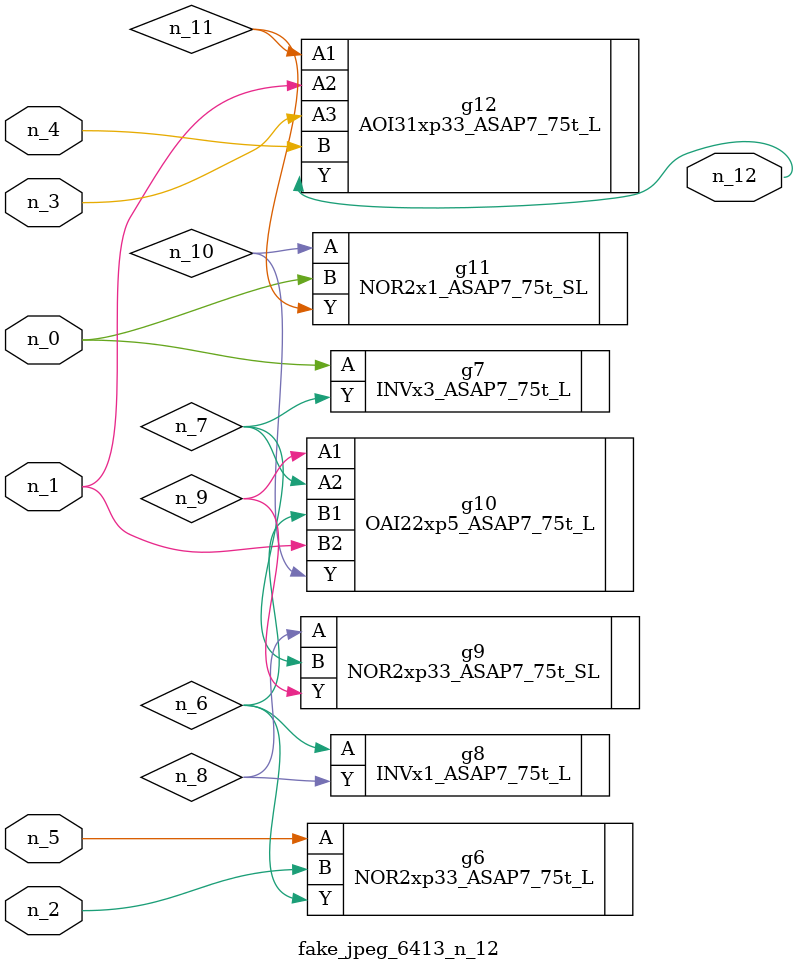
<source format=v>
module fake_jpeg_6413_n_12 (n_3, n_2, n_1, n_0, n_4, n_5, n_12);

input n_3;
input n_2;
input n_1;
input n_0;
input n_4;
input n_5;

output n_12;

wire n_11;
wire n_10;
wire n_8;
wire n_9;
wire n_6;
wire n_7;

NOR2xp33_ASAP7_75t_L g6 ( 
.A(n_5),
.B(n_2),
.Y(n_6)
);

INVx3_ASAP7_75t_L g7 ( 
.A(n_0),
.Y(n_7)
);

INVx1_ASAP7_75t_L g8 ( 
.A(n_6),
.Y(n_8)
);

NOR2xp33_ASAP7_75t_SL g9 ( 
.A(n_8),
.B(n_7),
.Y(n_9)
);

OAI22xp5_ASAP7_75t_L g10 ( 
.A1(n_9),
.A2(n_7),
.B1(n_6),
.B2(n_1),
.Y(n_10)
);

NOR2x1_ASAP7_75t_SL g11 ( 
.A(n_10),
.B(n_0),
.Y(n_11)
);

AOI31xp33_ASAP7_75t_L g12 ( 
.A1(n_11),
.A2(n_1),
.A3(n_3),
.B(n_4),
.Y(n_12)
);


endmodule
</source>
